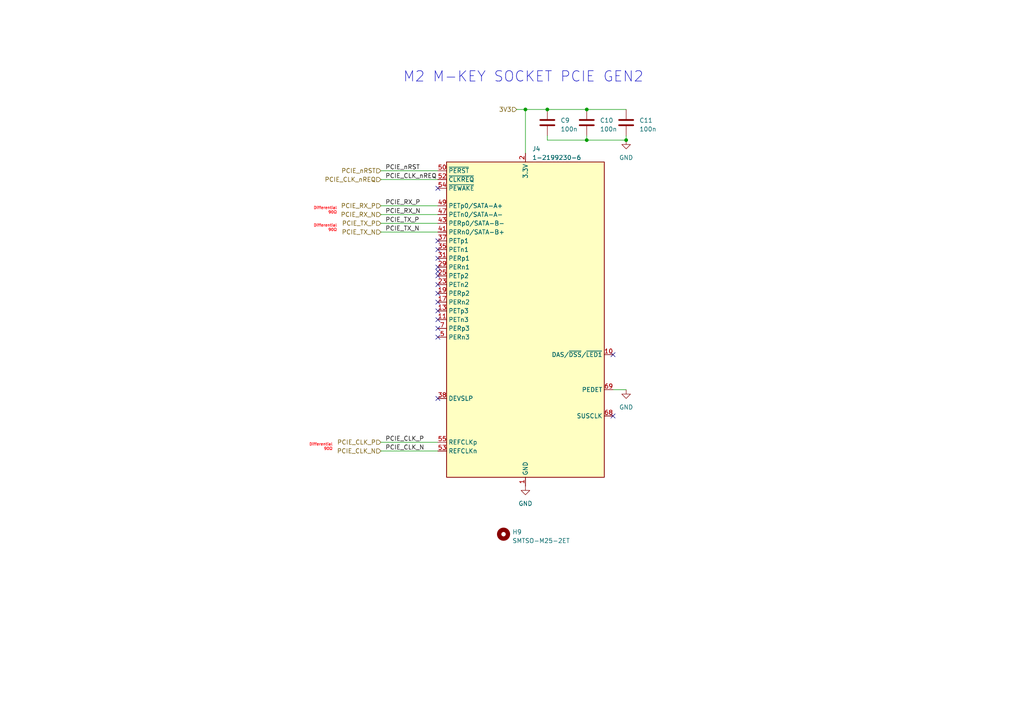
<source format=kicad_sch>
(kicad_sch (version 20231120) (generator "eeschema") (generator_version "8.0")
  (paper "A4")
  (title_block (title "Payload 2023 CM4 Board") (date "2023-04-25") (rev "0.1WIP") (company "AGH Space Systems") (comment 1 "Filip Tomczyk") (comment 2 "SQ3TLE.DEV"))
  (lib_symbols
    (symbol "Connector:Bus_M.2_Socket_M"
      (property "Reference" "J" (at -22.86 46.99 0))
      (property "Value" "Bus_M.2_Socket_M" (at 16.51 46.99 0))
      (symbol "Bus_M.2_Socket_M_0_1"
        (rectangle (start -22.86 45.72) (end 22.86 -45.72) (stroke (width 0.254)) (fill (type background)))
      )
      (symbol "Bus_M.2_Socket_M_1_1"
        (pin power_in line (at 0 -48.26 90) (length 2.54) (name "GND") (number "1"))
        (pin bidirectional line (at 25.4 -10.16 180) (length 2.54) (name "DAS/~{DSS}/~{LED1}") (number "10"))
        (pin output line (at -25.4 0 0) (length 2.54) (name "PETn3") (number "11"))
        (pin passive line (at 0 48.26 270) (length 2.54) hide (name "3.3V") (number "12"))
        (pin output line (at -25.4 2.54 0) (length 2.54) (name "PETp3") (number "13"))
        (pin passive line (at 0 48.26 270) (length 2.54) hide (name "3.3V") (number "14"))
        (pin passive line (at 0 -48.26 90) (length 2.54) hide (name "GND") (number "15"))
        (pin passive line (at 0 48.26 270) (length 2.54) hide (name "3.3V") (number "16"))
        (pin input line (at -25.4 5.08 0) (length 2.54) (name "PERn2") (number "17"))
        (pin passive line (at 0 48.26 270) (length 2.54) hide (name "3.3V") (number "18"))
        (pin input line (at -25.4 7.62 0) (length 2.54) (name "PERp2") (number "19"))
        (pin power_in line (at 0 48.26 270) (length 2.54) (name "3.3V") (number "2"))
        (pin no_connect line (at 22.86 2.54 180) (length 2.54) hide (name "NC") (number "20"))
        (pin passive line (at 0 -48.26 90) (length 2.54) hide (name "GND") (number "21"))
        (pin no_connect line (at 22.86 5.08 180) (length 2.54) hide (name "NC") (number "22"))
        (pin output line (at -25.4 10.16 0) (length 2.54) (name "PETn2") (number "23"))
        (pin no_connect line (at 22.86 7.62 180) (length 2.54) hide (name "NC") (number "24"))
        (pin output line (at -25.4 12.7 0) (length 2.54) (name "PETp2") (number "25"))
        (pin no_connect line (at 22.86 10.16 180) (length 2.54) hide (name "NC") (number "26"))
        (pin passive line (at 0 -48.26 90) (length 2.54) hide (name "GND") (number "27"))
        (pin no_connect line (at 22.86 12.7 180) (length 2.54) hide (name "NC") (number "28"))
        (pin input line (at -25.4 15.24 0) (length 2.54) (name "PERn1") (number "29"))
        (pin passive line (at 0 -48.26 90) (length 2.54) hide (name "GND") (number "3"))
        (pin no_connect line (at 22.86 15.24 180) (length 2.54) hide (name "NC") (number "30"))
        (pin input line (at -25.4 17.78 0) (length 2.54) (name "PERp1") (number "31"))
        (pin no_connect line (at 22.86 17.78 180) (length 2.54) hide (name "NC") (number "32"))
        (pin passive line (at 0 -48.26 90) (length 2.54) hide (name "GND") (number "33"))
        (pin no_connect line (at 22.86 20.32 180) (length 2.54) hide (name "NC") (number "34"))
        (pin output line (at -25.4 20.32 0) (length 2.54) (name "PETn1") (number "35"))
        (pin no_connect line (at 22.86 22.86 180) (length 2.54) hide (name "NC") (number "36"))
        (pin output line (at -25.4 22.86 0) (length 2.54) (name "PETp1") (number "37"))
        (pin output line (at -25.4 -22.86 0) (length 2.54) (name "DEVSLP") (number "38"))
        (pin passive line (at 0 -48.26 90) (length 2.54) hide (name "GND") (number "39"))
        (pin passive line (at 0 48.26 270) (length 2.54) hide (name "3.3V") (number "4"))
        (pin no_connect line (at 22.86 25.4 180) (length 2.54) hide (name "NC") (number "40"))
        (pin input line (at -25.4 25.4 0) (length 2.54) (name "PERn0/SATA-B+") (number "41"))
        (pin no_connect line (at 22.86 27.94 180) (length 2.54) hide (name "NC") (number "42"))
        (pin input line (at -25.4 27.94 0) (length 2.54) (name "PERp0/SATA-B-") (number "43"))
        (pin no_connect line (at 22.86 30.48 180) (length 2.54) hide (name "NC") (number "44"))
        (pin passive line (at 0 -48.26 90) (length 2.54) hide (name "GND") (number "45"))
        (pin no_connect line (at 22.86 33.02 180) (length 2.54) hide (name "NC") (number "46"))
        (pin output line (at -25.4 30.48 0) (length 2.54) (name "PETn0/SATA-A-") (number "47"))
        (pin no_connect line (at 22.86 35.56 180) (length 2.54) hide (name "NC") (number "48"))
        (pin output line (at -25.4 33.02 0) (length 2.54) (name "PETp0/SATA-A+") (number "49"))
        (pin input line (at -25.4 -5.08 0) (length 2.54) (name "PERn3") (number "5"))
        (pin output line (at -25.4 43.18 0) (length 2.54) (name "~{PERST}") (number "50"))
        (pin passive line (at 0 -48.26 90) (length 2.54) hide (name "GND") (number "51"))
        (pin bidirectional line (at -25.4 40.64 0) (length 2.54) (name "~{CLKREQ}") (number "52"))
        (pin output line (at -25.4 -38.1 0) (length 2.54) (name "REFCLKn") (number "53"))
        (pin bidirectional line (at -25.4 38.1 0) (length 2.54) (name "~{PEWAKE}") (number "54"))
        (pin output line (at -25.4 -35.56 0) (length 2.54) (name "REFCLKp") (number "55"))
        (pin no_connect line (at 22.86 38.1 180) (length 2.54) hide (name "NC") (number "56"))
        (pin passive line (at 0 -48.26 90) (length 2.54) hide (name "GND") (number "57"))
        (pin no_connect line (at 22.86 40.64 180) (length 2.54) hide (name "NC") (number "58"))
        (pin no_connect line (at 22.86 -2.54 180) (length 2.54) hide (name "NC") (number "6"))
        (pin no_connect line (at 22.86 -5.08 180) (length 2.54) hide (name "NC") (number "67"))
        (pin output line (at 25.4 -27.94 180) (length 2.54) (name "SUSCLK") (number "68"))
        (pin passive line (at 25.4 -20.32 180) (length 2.54) (name "PEDET") (number "69"))
        (pin input line (at -25.4 -2.54 0) (length 2.54) (name "PERp3") (number "7"))
        (pin passive line (at 0 48.26 270) (length 2.54) hide (name "3.3V") (number "70"))
        (pin passive line (at 0 -48.26 90) (length 2.54) hide (name "GND") (number "71"))
        (pin passive line (at 0 48.26 270) (length 2.54) hide (name "3.3V") (number "72"))
        (pin passive line (at 0 -48.26 90) (length 2.54) hide (name "GND") (number "73"))
        (pin passive line (at 0 48.26 270) (length 2.54) hide (name "3.3V") (number "74"))
        (pin passive line (at 0 -48.26 90) (length 2.54) hide (name "GND") (number "75"))
        (pin no_connect line (at 22.86 0 180) (length 2.54) hide (name "NC") (number "8"))
        (pin passive line (at 0 -48.26 90) (length 2.54) hide (name "GND") (number "9"))
      )
    )
    (symbol "Device:C" (pin_numbers hide) (pin_names (offset 0.254))
      (property "Reference" "C" (at 0.635 2.54 0))
      (property "Value" "C" (at 0.635 -2.54 0))
      (symbol "C_0_1"
        (polyline (pts (xy -2.032 -0.762) (xy 2.032 -0.762)) (stroke (width 0.508)))
        (polyline (pts (xy -2.032 0.762) (xy 2.032 0.762)) (stroke (width 0.508)))
      )
      (symbol "C_1_1"
        (pin passive line (at 0 3.81 270) (length 2.794) (name "~") (number "1"))
        (pin passive line (at 0 -3.81 90) (length 2.794) (name "~") (number "2"))
      )
    )
    (symbol "Mechanical:MountingHole" (pin_names (offset 1.016))
      (property "Reference" "H" (at 0 5.08 0))
      (property "Value" "MountingHole" (at 0 3.175 0))
      (symbol "MountingHole_0_1"
        (circle (center 0 0) (radius 1.27) (stroke (width 1.27)))
      )
    )
    (symbol "power:GND" (power) (pin_names (offset 0))
      (property "Value" "GND" (at 0 -3.81 0))
      (symbol "GND_0_1"
        (polyline (pts (xy 0 0) (xy 0 -1.27) (xy 1.27 -1.27) (xy 0 -2.54) (xy -1.27 -1.27) (xy 0 -1.27)))
      )
      (symbol "GND_1_1"
        (pin power_in line (at 0 0 270) (length 0) hide (name "GND") (number "1"))
      )
    )
  )
  (junction (at 181.61 40.64))
  (junction (at 170.18 31.75))
  (junction (at 158.75 31.75))
  (junction (at 152.4 31.75))
  (junction (at 170.18 40.64))
  (no_connect (at 127 54.61))
  (no_connect (at 127 92.71))
  (no_connect (at 127 82.55))
  (no_connect (at 127 87.63))
  (no_connect (at 127 69.85))
  (no_connect (at 177.8 102.87))
  (no_connect (at 127 77.47))
  (no_connect (at 127 80.01))
  (no_connect (at 127 95.25))
  (no_connect (at 127 74.93))
  (no_connect (at 177.8 120.65))
  (no_connect (at 127 85.09))
  (no_connect (at 127 97.79))
  (no_connect (at 127 72.39))
  (no_connect (at 127 78.74))
  (no_connect (at 127 90.17))
  (no_connect (at 127 115.57))
  (wire (pts (xy 110.49 49.53) (xy 127 49.53)))
  (wire (pts (xy 170.18 40.64) (xy 181.61 40.64)))
  (wire (pts (xy 158.75 39.37) (xy 158.75 40.64)))
  (wire (pts (xy 158.75 40.64) (xy 170.18 40.64)))
  (wire (pts (xy 110.49 130.81) (xy 127 130.81)))
  (wire (pts (xy 158.75 31.75) (xy 170.18 31.75)))
  (wire (pts (xy 170.18 31.75) (xy 181.61 31.75)))
  (wire (pts (xy 181.61 40.64) (xy 181.61 39.37)))
  (wire (pts (xy 177.8 113.03) (xy 181.61 113.03)))
  (wire (pts (xy 110.49 59.69) (xy 127 59.69)))
  (wire (pts (xy 170.18 39.37) (xy 170.18 40.64)))
  (wire (pts (xy 152.4 31.75) (xy 158.75 31.75)))
  (wire (pts (xy 110.49 64.77) (xy 127 64.77)))
  (wire (pts (xy 110.49 52.07) (xy 127 52.07)))
  (wire (pts (xy 152.4 31.75) (xy 152.4 44.45)))
  (wire (pts (xy 152.4 31.75) (xy 149.86 31.75)))
  (wire (pts (xy 110.49 128.27) (xy 127 128.27)))
  (wire (pts (xy 110.49 67.31) (xy 127 67.31)))
  (wire (pts (xy 110.49 62.23) (xy 127 62.23)))
  (text "Differential\n90Ω" (at 97.79 62.23 0) (effects (font (size 0.8 0.8)) (justify right bottom)))
  (text "Differential\n90Ω" (at 97.79 67.31 0) (effects (font (size 0.8 0.8)) (justify right bottom)))
  (text "Differential\n90Ω" (at 96.52 130.81 0) (effects (font (size 0.8 0.8)) (justify right bottom)))
  (text "M2 M-KEY SOCKET PCIE GEN2" (at 116.84 24.13 0) (effects (font (size 3 3)) (justify left bottom)))
  (label "PCIE_CLK_nREQ" (at 111.76 52.07 0))
  (label "PCIE_TX_N" (at 111.76 67.31 0))
  (label "PCIE_TX_P" (at 111.76 64.77 0))
  (label "PCIE_CLK_P" (at 111.76 128.27 0))
  (label "PCIE_CLK_N" (at 111.76 130.81 0))
  (label "PCIE_nRST" (at 111.76 49.53 0))
  (label "PCIE_RX_P" (at 111.76 59.69 0))
  (label "PCIE_RX_N" (at 111.76 62.23 0))
  (hierarchical_label "PCIE_nRST" (shape input) (at 110.49 49.53 180))
  (hierarchical_label "PCIE_CLK_P" (shape input) (at 110.49 128.27 180))
  (hierarchical_label "PCIE_TX_N" (shape input) (at 110.49 67.31 180))
  (hierarchical_label "PCIE_CLK_N" (shape input) (at 110.49 130.81 180))
  (hierarchical_label "PCIE_RX_N" (shape input) (at 110.49 62.23 180))
  (hierarchical_label "PCIE_TX_P" (shape input) (at 110.49 64.77 180))
  (hierarchical_label "PCIE_RX_P" (shape input) (at 110.49 59.69 180))
  (hierarchical_label "PCIE_CLK_nREQ" (shape input) (at 110.49 52.07 180))
  (hierarchical_label "3V3" (shape input) (at 149.86 31.75 180))
  (symbol (lib_id "Device:C") (at 170.18 35.56 0) (unit 1)
    (property "Reference" "C10" (at 173.99 34.925 0) (effects (justify left)))
    (property "Value" "100n" (at 173.99 37.465 0) (effects (justify left)))
    (property "Footprint" "Capacitor_SMD:C_0402_1005Metric" (effects (hide yes)))
  )
  (symbol (lib_id "Device:C") (at 158.75 35.56 0) (unit 1)
    (property "Reference" "C9" (at 162.56 34.925 0) (effects (justify left)))
    (property "Value" "100n" (at 162.56 37.465 0) (effects (justify left)))
    (property "Footprint" "Capacitor_SMD:C_0402_1005Metric" (effects (hide yes)))
  )
  (symbol (lib_id "power:GND") (at 181.61 113.03 0) (unit 1)
    (property "Reference" "#PWR06" (effects (hide yes)))
    (property "Value" "GND" (at 181.61 118.11 0))
  )
  (symbol (lib_id "Device:C") (at 181.61 35.56 0) (unit 1)
    (property "Reference" "C11" (at 185.42 34.925 0) (effects (justify left)))
    (property "Value" "100n" (at 185.42 37.465 0) (effects (justify left)))
    (property "Footprint" "Capacitor_SMD:C_0402_1005Metric" (effects (hide yes)))
  )
  (symbol (lib_id "power:GND") (at 152.4 140.97 0) (unit 1)
    (property "Reference" "#PWR04" (effects (hide yes)))
    (property "Value" "GND" (at 152.4 146.05 0))
  )
  (symbol (lib_id "Connector:Bus_M.2_Socket_M") (at 152.4 92.71 0) (unit 1)
    (property "Reference" "J4" (at 154.3559 43.18 0) (effects (justify left)))
    (property "Value" "1-2199230-6" (at 154.3559 45.72 0) (effects (justify left)))
    (property "Footprint" "LibLoader:121992306" (effects (hide yes)))
    (property "Datasheet" "http://read.pudn.com/downloads794/doc/project/3133918/PCIe_M.2_Electromechanical_Spec_Rev1.0_Final_11012013_RS_Clean.pdf#page=155" (effects (hide yes)))
  )
  (symbol (lib_id "Mechanical:MountingHole") (at 146.05 154.94 0) (unit 1)
    (property "Reference" "H9" (at 148.59 154.305 0) (effects (justify left)))
    (property "Value" "SMTSO-M25-2ET" (at 148.59 156.845 0) (effects (justify left)))
    (property "Footprint" "LibLoader:SMTSOM252ET" (effects (hide yes)))
  )
  (symbol (lib_id "power:GND") (at 181.61 40.64 0) (unit 1)
    (property "Reference" "#PWR041" (effects (hide yes)))
    (property "Value" "GND" (at 181.61 45.72 0))
  )
)
</source>
